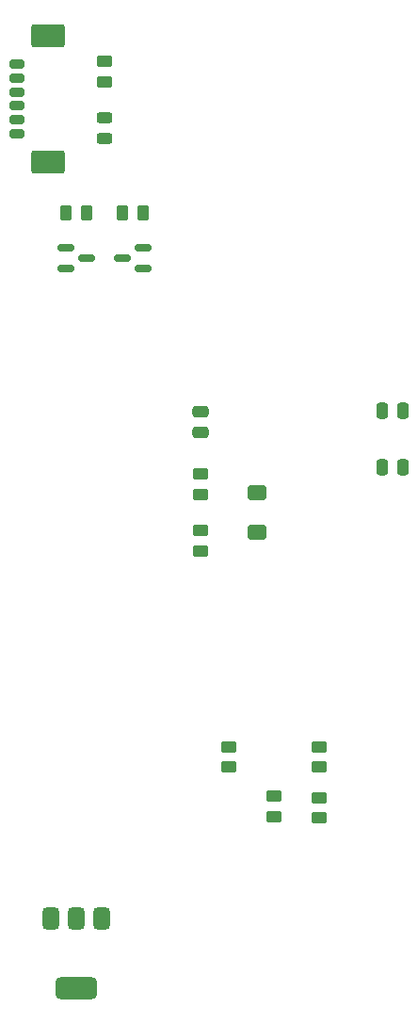
<source format=gbr>
%TF.GenerationSoftware,KiCad,Pcbnew,8.0.1*%
%TF.CreationDate,2024-10-28T19:37:41+01:00*%
%TF.ProjectId,ESP_01_MQTT,4553505f-3031-45f4-9d51-54542e6b6963,rev?*%
%TF.SameCoordinates,Original*%
%TF.FileFunction,Paste,Top*%
%TF.FilePolarity,Positive*%
%FSLAX46Y46*%
G04 Gerber Fmt 4.6, Leading zero omitted, Abs format (unit mm)*
G04 Created by KiCad (PCBNEW 8.0.1) date 2024-10-28 19:37:41*
%MOMM*%
%LPD*%
G01*
G04 APERTURE LIST*
G04 Aperture macros list*
%AMRoundRect*
0 Rectangle with rounded corners*
0 $1 Rounding radius*
0 $2 $3 $4 $5 $6 $7 $8 $9 X,Y pos of 4 corners*
0 Add a 4 corners polygon primitive as box body*
4,1,4,$2,$3,$4,$5,$6,$7,$8,$9,$2,$3,0*
0 Add four circle primitives for the rounded corners*
1,1,$1+$1,$2,$3*
1,1,$1+$1,$4,$5*
1,1,$1+$1,$6,$7*
1,1,$1+$1,$8,$9*
0 Add four rect primitives between the rounded corners*
20,1,$1+$1,$2,$3,$4,$5,0*
20,1,$1+$1,$4,$5,$6,$7,0*
20,1,$1+$1,$6,$7,$8,$9,0*
20,1,$1+$1,$8,$9,$2,$3,0*%
G04 Aperture macros list end*
%ADD10RoundRect,0.250000X0.250000X0.475000X-0.250000X0.475000X-0.250000X-0.475000X0.250000X-0.475000X0*%
%ADD11RoundRect,0.375000X-0.375000X0.625000X-0.375000X-0.625000X0.375000X-0.625000X0.375000X0.625000X0*%
%ADD12RoundRect,0.500000X-1.400000X0.500000X-1.400000X-0.500000X1.400000X-0.500000X1.400000X0.500000X0*%
%ADD13RoundRect,0.150000X-0.587500X-0.150000X0.587500X-0.150000X0.587500X0.150000X-0.587500X0.150000X0*%
%ADD14RoundRect,0.250000X0.450000X-0.262500X0.450000X0.262500X-0.450000X0.262500X-0.450000X-0.262500X0*%
%ADD15RoundRect,0.150000X0.587500X0.150000X-0.587500X0.150000X-0.587500X-0.150000X0.587500X-0.150000X0*%
%ADD16RoundRect,0.243750X0.456250X-0.243750X0.456250X0.243750X-0.456250X0.243750X-0.456250X-0.243750X0*%
%ADD17RoundRect,0.250000X-0.450000X0.262500X-0.450000X-0.262500X0.450000X-0.262500X0.450000X0.262500X0*%
%ADD18RoundRect,0.250000X-0.262500X-0.450000X0.262500X-0.450000X0.262500X0.450000X-0.262500X0.450000X0*%
%ADD19RoundRect,0.250000X-0.600000X0.400000X-0.600000X-0.400000X0.600000X-0.400000X0.600000X0.400000X0*%
%ADD20RoundRect,0.250000X-0.475000X0.250000X-0.475000X-0.250000X0.475000X-0.250000X0.475000X0.250000X0*%
%ADD21RoundRect,0.200000X0.450000X-0.200000X0.450000X0.200000X-0.450000X0.200000X-0.450000X-0.200000X0*%
%ADD22RoundRect,0.250001X1.249999X-0.799999X1.249999X0.799999X-1.249999X0.799999X-1.249999X-0.799999X0*%
G04 APERTURE END LIST*
D10*
%TO.C,C5*%
X153350000Y-81788000D03*
X151450000Y-81788000D03*
%TD*%
%TO.C,C4*%
X153350000Y-86868000D03*
X151450000Y-86868000D03*
%TD*%
D11*
%TO.C,U2*%
X126252000Y-127406000D03*
X123952000Y-127406000D03*
D12*
X123952000Y-133706000D03*
D11*
X121652000Y-127406000D03*
%TD*%
D13*
%TO.C,Q1*%
X123014500Y-67122000D03*
X123014500Y-69022000D03*
X124889500Y-68072000D03*
%TD*%
D14*
%TO.C,R2*%
X141732000Y-118260500D03*
X141732000Y-116435500D03*
%TD*%
D15*
%TO.C,Q2*%
X129969500Y-69022000D03*
X129969500Y-67122000D03*
X128094500Y-68072000D03*
%TD*%
D16*
%TO.C,D3*%
X126492000Y-57325500D03*
X126492000Y-55450500D03*
%TD*%
D17*
%TO.C,R6*%
X145796000Y-111967000D03*
X145796000Y-113792000D03*
%TD*%
D18*
%TO.C,R1*%
X123039500Y-64008000D03*
X124864500Y-64008000D03*
%TD*%
D19*
%TO.C,D4*%
X140208000Y-89182000D03*
X140208000Y-92682000D03*
%TD*%
D17*
%TO.C,R7*%
X137668000Y-111967000D03*
X137668000Y-113792000D03*
%TD*%
D14*
%TO.C,R5*%
X145796000Y-118364000D03*
X145796000Y-116539000D03*
%TD*%
%TO.C,R4*%
X126485000Y-52220500D03*
X126485000Y-50395500D03*
%TD*%
%TO.C,R9*%
X135128000Y-89304500D03*
X135128000Y-87479500D03*
%TD*%
D17*
%TO.C,R8*%
X135128000Y-92559500D03*
X135128000Y-94384500D03*
%TD*%
D20*
%TO.C,C3*%
X135128000Y-81854000D03*
X135128000Y-83754000D03*
%TD*%
D18*
%TO.C,R3*%
X128119500Y-64008000D03*
X129944500Y-64008000D03*
%TD*%
D21*
%TO.C,J7*%
X118662000Y-56886000D03*
X118662000Y-55636000D03*
X118662000Y-54386000D03*
X118662000Y-53136000D03*
X118662000Y-51886000D03*
X118662000Y-50636000D03*
D22*
X121412000Y-59436000D03*
X121412000Y-48086000D03*
%TD*%
M02*

</source>
